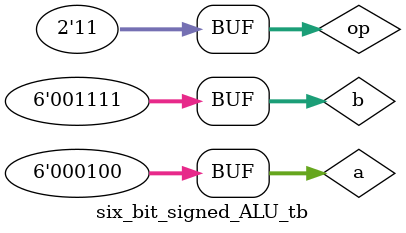
<source format=sv>
module six_bit_signed_ALU_tb ();
  
  
  reg [5:0]a;
  reg [5:0]b;
  reg [1:0]op;

  wire [5:0]s;
  
  six_bit_signed_ALU six_bit_signed_ALU(s[5:0],a[5:0],b[5:0],op[1:0]);
  
  initial begin
  $dumpfile("dump.vcd");
  $dumpvars;
  end
  
  initial begin
    
    $dumpfile("dump.vcd");
   	$dumpvars;
    
    // s[5] & a[5] & b[5] & op[1] are the MSBs
	    
    op=0;
    a=6'b101010;
    b=6'b010101;
    //output should be 110010
    #20;
        
    op=1;
    a=5;
    b=6;
    
    #20;
    op=2;
    a=5;
    b=6;
    
    #20;
    op=3;
    a=5;
    b=4;
    //output=6
    #20;
    op=3;
    a=4;
    b=15;
    //output=6
    #20;
    
  end
endmodule
  
</source>
